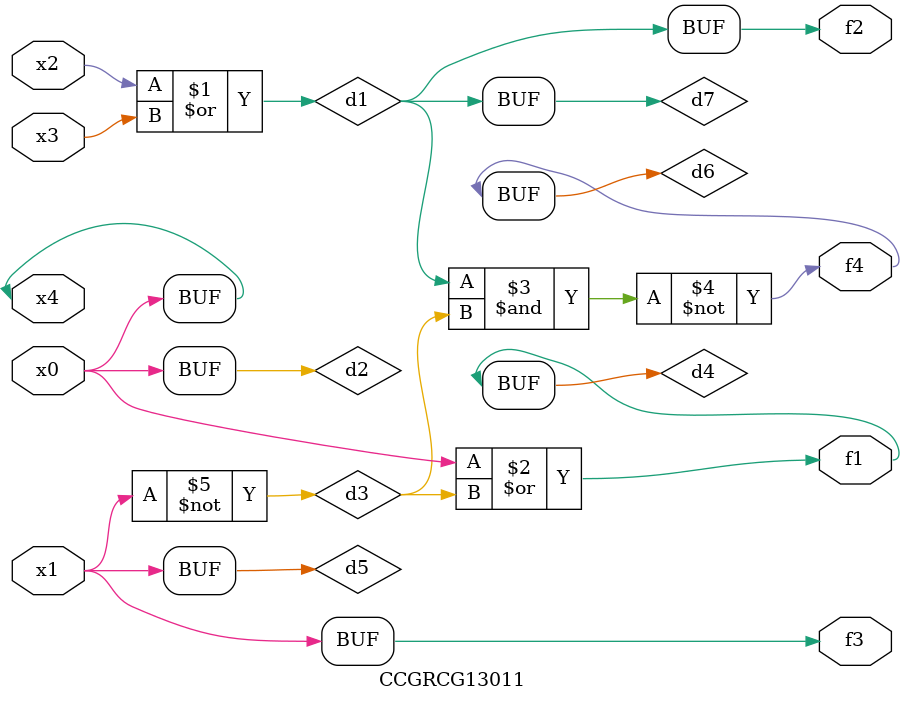
<source format=v>
module CCGRCG13011(
	input x0, x1, x2, x3, x4,
	output f1, f2, f3, f4
);

	wire d1, d2, d3, d4, d5, d6, d7;

	or (d1, x2, x3);
	buf (d2, x0, x4);
	not (d3, x1);
	or (d4, d2, d3);
	not (d5, d3);
	nand (d6, d1, d3);
	or (d7, d1);
	assign f1 = d4;
	assign f2 = d7;
	assign f3 = d5;
	assign f4 = d6;
endmodule

</source>
